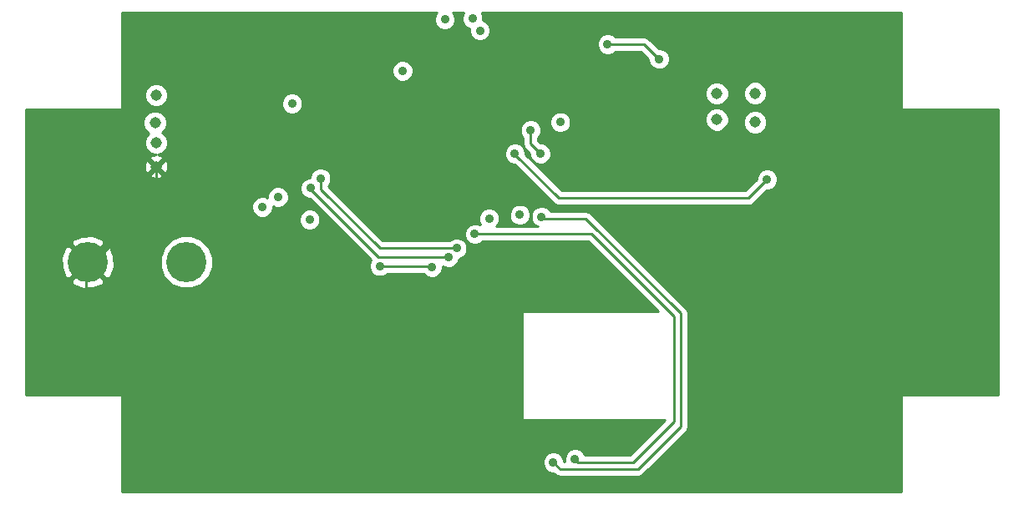
<source format=gbl>
%FSLAX46Y46*%
G04 Gerber Fmt 4.6, Leading zero omitted, Abs format (unit mm)*
G04 Created by KiCad (PCBNEW (2014-jan-25)-product) date Wed 09 Jul 2014 20:06:45 EST*
%MOMM*%
G01*
G04 APERTURE LIST*
%ADD10C,0.150000*%
%ADD11C,4.064000*%
%ADD12C,1.143000*%
%ADD13C,0.889000*%
%ADD14C,0.254000*%
G04 APERTURE END LIST*
D10*
D11*
X76999999Y-100999999D03*
X86999999Y-100999999D03*
D12*
X144661999Y-86814999D03*
X144661999Y-83874999D03*
X140788999Y-86554999D03*
X140788999Y-83894999D03*
X83946999Y-88899999D03*
X83819999Y-86867999D03*
X83946999Y-84073999D03*
X83946999Y-91312999D03*
D13*
X120699999Y-93099999D03*
X101999999Y-90799999D03*
X115699999Y-84499999D03*
X101899999Y-83199999D03*
X101899999Y-85799999D03*
X106933999Y-123062999D03*
X120099999Y-108499999D03*
X120776999Y-104393999D03*
X122808999Y-102234999D03*
X142747999Y-115950999D03*
X140334999Y-109473999D03*
X138302999Y-102615999D03*
X99399999Y-105099999D03*
X134899999Y-80399999D03*
X129699999Y-78899999D03*
X111899999Y-101499999D03*
X106599999Y-101399999D03*
X120299999Y-89999999D03*
X145869509Y-92599999D03*
X99599999Y-93499999D03*
X113584749Y-100473749D03*
X114399999Y-99599999D03*
X100599999Y-92499999D03*
X122899999Y-90000008D03*
X121899999Y-87625119D03*
X122999999Y-96399999D03*
X124199999Y-121299999D03*
X113199999Y-76399999D03*
X108899999Y-81599999D03*
X115999999Y-76299999D03*
X116756131Y-77511329D03*
X99499999Y-96699999D03*
X117699999Y-96599999D03*
X120799999Y-96199999D03*
X96299999Y-94399999D03*
X94699999Y-95399999D03*
X124899999Y-86799999D03*
X97719999Y-84919999D03*
X126399999Y-120999999D03*
X116241949Y-98164033D03*
D14*
X118564392Y-90964392D02*
X120699999Y-93099999D01*
X106199999Y-90799999D02*
X106199999Y-90964392D01*
X106199999Y-90964392D02*
X118564392Y-90964392D01*
X107837698Y-89162300D02*
X106199999Y-90799999D01*
X106199999Y-90799999D02*
X101999999Y-90799999D01*
X107837698Y-85699999D02*
X114499999Y-85699999D01*
X105699999Y-85699999D02*
X107837698Y-85699999D01*
X107837698Y-85699999D02*
X107837698Y-89162300D01*
X114499999Y-85699999D02*
X115699999Y-84499999D01*
X103199999Y-83199999D02*
X105699999Y-85699999D01*
X101899999Y-83199999D02*
X103199999Y-83199999D01*
X101899999Y-85799999D02*
X101899999Y-83199999D01*
X83946999Y-94614999D02*
X76834999Y-101726999D01*
X83946999Y-91312999D02*
X83946999Y-94614999D01*
X76834999Y-104266999D02*
X82422999Y-109854999D01*
X82422999Y-109854999D02*
X99440999Y-109854999D01*
X76834999Y-101726999D02*
X76834999Y-104266999D01*
X99440999Y-115569999D02*
X106933999Y-123062999D01*
X99440999Y-109899999D02*
X99440999Y-115569999D01*
X99440999Y-109854999D02*
X99440999Y-109899999D01*
X119697499Y-116014499D02*
X120199999Y-113999995D01*
X112648999Y-123062999D02*
X119697499Y-116014499D01*
X120199999Y-113999995D02*
X120199940Y-112597561D01*
X120199940Y-112597561D02*
X120099999Y-108499999D01*
X106933999Y-123062999D02*
X112648999Y-123062999D01*
X119999999Y-106199999D02*
X120776999Y-104393999D01*
X120099999Y-108499999D02*
X119999999Y-106199999D01*
X122808999Y-102361999D02*
X122808999Y-102234999D01*
X120776999Y-104393999D02*
X122808999Y-102361999D01*
X119697499Y-119697499D02*
X123699999Y-123699999D01*
X123699999Y-123699999D02*
X137030999Y-123699999D01*
X137030999Y-123699999D02*
X142747999Y-117982999D01*
X142747999Y-117982999D02*
X142747999Y-115950999D01*
X119697499Y-116014499D02*
X119697499Y-119697499D01*
X142747999Y-111886999D02*
X140334999Y-109473999D01*
X142747999Y-115950999D02*
X142747999Y-111886999D01*
X140334999Y-104647999D02*
X138302999Y-102615999D01*
X140334999Y-109473999D02*
X140334999Y-104647999D01*
X99440999Y-105140999D02*
X99399999Y-105099999D01*
X99440999Y-109899999D02*
X99440999Y-105140999D01*
X134899999Y-80399999D02*
X133399999Y-78899999D01*
X133399999Y-78899999D02*
X129699999Y-78899999D01*
X111899999Y-101499999D02*
X111799999Y-101399999D01*
X111799999Y-101399999D02*
X106599999Y-101399999D01*
X120299999Y-90036867D02*
X120299999Y-89999999D01*
X124771141Y-94508009D02*
X120299999Y-90036867D01*
X143961499Y-94508009D02*
X124771141Y-94508009D01*
X145869509Y-92599999D02*
X143961499Y-94508009D01*
X106455315Y-100473749D02*
X113584749Y-100473749D01*
X99599999Y-93499999D02*
X99599999Y-93618433D01*
X99599999Y-93618433D02*
X106455315Y-100473749D01*
X114399999Y-99599999D02*
X114399999Y-99599999D01*
X114399999Y-99599999D02*
X106599999Y-99599999D01*
X106599999Y-99599999D02*
X100599999Y-93599999D01*
X100599999Y-93599999D02*
X100599999Y-92499999D01*
X121899999Y-89000008D02*
X121899999Y-87599999D01*
X122899999Y-90000008D02*
X121899999Y-89000008D01*
X127499999Y-96599999D02*
X122999999Y-96599999D01*
X137099999Y-106199999D02*
X127499999Y-96599999D01*
X137099999Y-117699999D02*
X137099999Y-106199999D01*
X132799999Y-121999999D02*
X137099999Y-117699999D01*
X124899999Y-121999999D02*
X132799999Y-121999999D01*
X124199999Y-121299999D02*
X124899999Y-121999999D01*
X122999999Y-96599999D02*
X122999999Y-96399999D01*
X126399999Y-120999999D02*
X126699999Y-121299999D01*
X126699999Y-121299999D02*
X132299999Y-121299999D01*
X132299999Y-121299999D02*
X136399999Y-117199999D01*
X136399999Y-117199999D02*
X136399999Y-106499999D01*
X136399999Y-106499999D02*
X128064033Y-98164033D01*
X128064033Y-98164033D02*
X116241949Y-98164033D01*
G36*
X169289999Y-114491999D02*
X159491999Y-114491999D01*
X159491999Y-124289999D01*
X146949196Y-124289999D01*
X146949196Y-92386215D01*
X146785198Y-91989310D01*
X146481795Y-91685377D01*
X146085177Y-91520686D01*
X145868708Y-91520497D01*
X145868708Y-86576064D01*
X145868708Y-83636064D01*
X145685417Y-83192464D01*
X145346319Y-82852774D01*
X144903040Y-82668709D01*
X144423064Y-82668290D01*
X143979464Y-82851581D01*
X143639774Y-83190679D01*
X143455709Y-83633958D01*
X143455290Y-84113934D01*
X143638581Y-84557534D01*
X143977679Y-84897224D01*
X144420958Y-85081289D01*
X144900934Y-85081708D01*
X145344534Y-84898417D01*
X145684224Y-84559319D01*
X145868289Y-84116040D01*
X145868708Y-83636064D01*
X145868708Y-86576064D01*
X145685417Y-86132464D01*
X145346319Y-85792774D01*
X144903040Y-85608709D01*
X144423064Y-85608290D01*
X143979464Y-85791581D01*
X143639774Y-86130679D01*
X143455709Y-86573958D01*
X143455290Y-87053934D01*
X143638581Y-87497534D01*
X143977679Y-87837224D01*
X144420958Y-88021289D01*
X144900934Y-88021708D01*
X145344534Y-87838417D01*
X145684224Y-87499319D01*
X145868289Y-87056040D01*
X145868708Y-86576064D01*
X145868708Y-91520497D01*
X145655725Y-91520312D01*
X145258820Y-91684310D01*
X144954887Y-91987713D01*
X144790196Y-92384331D01*
X144790006Y-92601870D01*
X143645868Y-93746009D01*
X141995708Y-93746009D01*
X141995708Y-86316064D01*
X141995708Y-83656064D01*
X141812417Y-83212464D01*
X141473319Y-82872774D01*
X141030040Y-82688709D01*
X140550064Y-82688290D01*
X140106464Y-82871581D01*
X139766774Y-83210679D01*
X139582709Y-83653958D01*
X139582290Y-84133934D01*
X139765581Y-84577534D01*
X140104679Y-84917224D01*
X140547958Y-85101289D01*
X141027934Y-85101708D01*
X141471534Y-84918417D01*
X141811224Y-84579319D01*
X141995289Y-84136040D01*
X141995708Y-83656064D01*
X141995708Y-86316064D01*
X141812417Y-85872464D01*
X141473319Y-85532774D01*
X141030040Y-85348709D01*
X140550064Y-85348290D01*
X140106464Y-85531581D01*
X139766774Y-85870679D01*
X139582709Y-86313958D01*
X139582290Y-86793934D01*
X139765581Y-87237534D01*
X140104679Y-87577224D01*
X140547958Y-87761289D01*
X141027934Y-87761708D01*
X141471534Y-87578417D01*
X141811224Y-87239319D01*
X141995289Y-86796040D01*
X141995708Y-86316064D01*
X141995708Y-93746009D01*
X135979686Y-93746009D01*
X135979686Y-80186215D01*
X135815688Y-79789310D01*
X135512285Y-79485377D01*
X135115667Y-79320686D01*
X134898127Y-79320496D01*
X133938814Y-78361184D01*
X133691604Y-78196003D01*
X133399999Y-78137999D01*
X130464640Y-78137999D01*
X130312285Y-77985377D01*
X129915667Y-77820686D01*
X129486215Y-77820312D01*
X129089310Y-77984310D01*
X128785377Y-78287713D01*
X128620686Y-78684331D01*
X128620312Y-79113783D01*
X128784310Y-79510688D01*
X129087713Y-79814621D01*
X129484331Y-79979312D01*
X129913783Y-79979686D01*
X130310688Y-79815688D01*
X130464645Y-79661999D01*
X133084368Y-79661999D01*
X133820499Y-80398130D01*
X133820312Y-80613783D01*
X133984310Y-81010688D01*
X134287713Y-81314621D01*
X134684331Y-81479312D01*
X135113783Y-81479686D01*
X135510688Y-81315688D01*
X135814621Y-81012285D01*
X135979312Y-80615667D01*
X135979686Y-80186215D01*
X135979686Y-93746009D01*
X125979686Y-93746009D01*
X125979686Y-86586215D01*
X125815688Y-86189310D01*
X125512285Y-85885377D01*
X125115667Y-85720686D01*
X124686215Y-85720312D01*
X124289310Y-85884310D01*
X123985377Y-86187713D01*
X123820686Y-86584331D01*
X123820312Y-87013783D01*
X123984310Y-87410688D01*
X124287713Y-87714621D01*
X124684331Y-87879312D01*
X125113783Y-87879686D01*
X125510688Y-87715688D01*
X125814621Y-87412285D01*
X125979312Y-87015667D01*
X125979686Y-86586215D01*
X125979686Y-93746009D01*
X125086771Y-93746009D01*
X123979686Y-92638923D01*
X123979686Y-89786224D01*
X123815688Y-89389319D01*
X123512285Y-89085386D01*
X123115667Y-88920695D01*
X122898127Y-88920505D01*
X122661999Y-88684377D01*
X122661999Y-88389760D01*
X122814621Y-88237405D01*
X122979312Y-87840787D01*
X122979686Y-87411335D01*
X122815688Y-87014430D01*
X122512285Y-86710497D01*
X122115667Y-86545806D01*
X121686215Y-86545432D01*
X121289310Y-86709430D01*
X120985377Y-87012833D01*
X120820686Y-87409451D01*
X120820312Y-87838903D01*
X120984310Y-88235808D01*
X121137999Y-88389765D01*
X121137999Y-89000008D01*
X121196003Y-89291613D01*
X121361184Y-89538823D01*
X121820499Y-89998139D01*
X121820312Y-90213792D01*
X121984310Y-90610697D01*
X122287713Y-90914630D01*
X122684331Y-91079321D01*
X123113783Y-91079695D01*
X123510688Y-90915697D01*
X123814621Y-90612294D01*
X123979312Y-90215676D01*
X123979686Y-89786224D01*
X123979686Y-92638923D01*
X121379466Y-90038703D01*
X121379686Y-89786215D01*
X121215688Y-89389310D01*
X120912285Y-89085377D01*
X120515667Y-88920686D01*
X120086215Y-88920312D01*
X119689310Y-89084310D01*
X119385377Y-89387713D01*
X119220686Y-89784331D01*
X119220312Y-90213783D01*
X119384310Y-90610688D01*
X119687713Y-90914621D01*
X120084331Y-91079312D01*
X120264971Y-91079469D01*
X124232326Y-95046825D01*
X124380517Y-95145843D01*
X124479536Y-95212005D01*
X124479537Y-95212005D01*
X124771141Y-95270009D01*
X143961499Y-95270009D01*
X143961499Y-95270008D01*
X144253103Y-95212005D01*
X144253104Y-95212005D01*
X144500314Y-95046824D01*
X145867640Y-93679498D01*
X146083293Y-93679686D01*
X146480198Y-93515688D01*
X146784131Y-93212285D01*
X146948822Y-92815667D01*
X146949196Y-92386215D01*
X146949196Y-124289999D01*
X137861999Y-124289999D01*
X137861999Y-117699999D01*
X137861999Y-106199999D01*
X137803995Y-105908394D01*
X137638814Y-105661184D01*
X137638814Y-105661183D01*
X128038814Y-96061184D01*
X127791604Y-95896003D01*
X127499999Y-95837999D01*
X123935805Y-95837999D01*
X123915688Y-95789310D01*
X123612285Y-95485377D01*
X123215667Y-95320686D01*
X122786215Y-95320312D01*
X122389310Y-95484310D01*
X122085377Y-95787713D01*
X121920686Y-96184331D01*
X121920312Y-96613783D01*
X122084310Y-97010688D01*
X122387713Y-97314621D01*
X122598223Y-97402033D01*
X121879686Y-97402033D01*
X121879686Y-95986215D01*
X121715688Y-95589310D01*
X121412285Y-95285377D01*
X121015667Y-95120686D01*
X120586215Y-95120312D01*
X120189310Y-95284310D01*
X119885377Y-95587713D01*
X119720686Y-95984331D01*
X119720312Y-96413783D01*
X119884310Y-96810688D01*
X120187713Y-97114621D01*
X120584331Y-97279312D01*
X121013783Y-97279686D01*
X121410688Y-97115688D01*
X121714621Y-96812285D01*
X121879312Y-96415667D01*
X121879686Y-95986215D01*
X121879686Y-97402033D01*
X118424541Y-97402033D01*
X118614621Y-97212285D01*
X118779312Y-96815667D01*
X118779686Y-96386215D01*
X118615688Y-95989310D01*
X118312285Y-95685377D01*
X117915667Y-95520686D01*
X117486215Y-95520312D01*
X117089310Y-95684310D01*
X116785377Y-95987713D01*
X116620686Y-96384331D01*
X116620312Y-96813783D01*
X116784310Y-97210688D01*
X116800827Y-97227234D01*
X116457617Y-97084720D01*
X116028165Y-97084346D01*
X115631260Y-97248344D01*
X115327327Y-97551747D01*
X115162636Y-97948365D01*
X115162262Y-98377817D01*
X115326260Y-98774722D01*
X115629663Y-99078655D01*
X116026281Y-99243346D01*
X116455733Y-99243720D01*
X116852638Y-99079722D01*
X117006595Y-98926033D01*
X127748403Y-98926033D01*
X134814369Y-105991999D01*
X120991999Y-105991999D01*
X120991999Y-117007999D01*
X135514368Y-117007999D01*
X131984368Y-120537999D01*
X127377125Y-120537999D01*
X127315688Y-120389310D01*
X127012285Y-120085377D01*
X126615667Y-119920686D01*
X126186215Y-119920312D01*
X125789310Y-120084310D01*
X125485377Y-120387713D01*
X125320686Y-120784331D01*
X125320312Y-121213783D01*
X125330317Y-121237999D01*
X125279553Y-121237999D01*
X125279686Y-121086215D01*
X125115688Y-120689310D01*
X124812285Y-120385377D01*
X124415667Y-120220686D01*
X123986215Y-120220312D01*
X123589310Y-120384310D01*
X123285377Y-120687713D01*
X123120686Y-121084331D01*
X123120312Y-121513783D01*
X123284310Y-121910688D01*
X123587713Y-122214621D01*
X123984331Y-122379312D01*
X124201870Y-122379501D01*
X124361183Y-122538814D01*
X124361184Y-122538814D01*
X124608394Y-122703995D01*
X124899999Y-122761999D01*
X132799999Y-122761999D01*
X132799999Y-122761998D01*
X133091603Y-122703995D01*
X133091604Y-122703995D01*
X133338814Y-122538814D01*
X137638814Y-118238815D01*
X137638814Y-118238814D01*
X137803995Y-117991604D01*
X137861998Y-117699999D01*
X137861999Y-117699999D01*
X137861999Y-124289999D01*
X115479686Y-124289999D01*
X115479686Y-99386215D01*
X115315688Y-98989310D01*
X115012285Y-98685377D01*
X114615667Y-98520686D01*
X114186215Y-98520312D01*
X113789310Y-98684310D01*
X113635352Y-98837999D01*
X109979686Y-98837999D01*
X109979686Y-81386215D01*
X109815688Y-80989310D01*
X109512285Y-80685377D01*
X109115667Y-80520686D01*
X108686215Y-80520312D01*
X108289310Y-80684310D01*
X107985377Y-80987713D01*
X107820686Y-81384331D01*
X107820312Y-81813783D01*
X107984310Y-82210688D01*
X108287713Y-82514621D01*
X108684331Y-82679312D01*
X109113783Y-82679686D01*
X109510688Y-82515688D01*
X109814621Y-82212285D01*
X109979312Y-81815667D01*
X109979686Y-81386215D01*
X109979686Y-98837999D01*
X106915629Y-98837999D01*
X101361999Y-93284368D01*
X101361999Y-93264640D01*
X101514621Y-93112285D01*
X101679312Y-92715667D01*
X101679686Y-92286215D01*
X101515688Y-91889310D01*
X101212285Y-91585377D01*
X100815667Y-91420686D01*
X100386215Y-91420312D01*
X99989310Y-91584310D01*
X99685377Y-91887713D01*
X99520686Y-92284331D01*
X99520567Y-92420429D01*
X99386215Y-92420312D01*
X98989310Y-92584310D01*
X98799686Y-92773603D01*
X98799686Y-84706215D01*
X98635688Y-84309310D01*
X98332285Y-84005377D01*
X97935667Y-83840686D01*
X97506215Y-83840312D01*
X97109310Y-84004310D01*
X96805377Y-84307713D01*
X96640686Y-84704331D01*
X96640312Y-85133783D01*
X96804310Y-85530688D01*
X97107713Y-85834621D01*
X97504331Y-85999312D01*
X97933783Y-85999686D01*
X98330688Y-85835688D01*
X98634621Y-85532285D01*
X98799312Y-85135667D01*
X98799686Y-84706215D01*
X98799686Y-92773603D01*
X98685377Y-92887713D01*
X98520686Y-93284331D01*
X98520312Y-93713783D01*
X98684310Y-94110688D01*
X98987713Y-94414621D01*
X99384331Y-94579312D01*
X99483334Y-94579398D01*
X105688515Y-100784579D01*
X105685377Y-100787713D01*
X105520686Y-101184331D01*
X105520312Y-101613783D01*
X105684310Y-102010688D01*
X105987713Y-102314621D01*
X106384331Y-102479312D01*
X106813783Y-102479686D01*
X107210688Y-102315688D01*
X107364645Y-102161999D01*
X111035531Y-102161999D01*
X111287713Y-102414621D01*
X111684331Y-102579312D01*
X112113783Y-102579686D01*
X112510688Y-102415688D01*
X112814621Y-102112285D01*
X112979312Y-101715667D01*
X112979594Y-101391332D01*
X113369081Y-101553062D01*
X113798533Y-101553436D01*
X114195438Y-101389438D01*
X114499371Y-101086035D01*
X114664062Y-100689417D01*
X114664088Y-100658900D01*
X115010688Y-100515688D01*
X115314621Y-100212285D01*
X115479312Y-99815667D01*
X115479686Y-99386215D01*
X115479686Y-124289999D01*
X100579686Y-124289999D01*
X100579686Y-96486215D01*
X100415688Y-96089310D01*
X100112285Y-95785377D01*
X99715667Y-95620686D01*
X99286215Y-95620312D01*
X98889310Y-95784310D01*
X98585377Y-96087713D01*
X98420686Y-96484331D01*
X98420312Y-96913783D01*
X98584310Y-97310688D01*
X98887713Y-97614621D01*
X99284331Y-97779312D01*
X99713783Y-97779686D01*
X100110688Y-97615688D01*
X100414621Y-97312285D01*
X100579312Y-96915667D01*
X100579686Y-96486215D01*
X100579686Y-124289999D01*
X97379686Y-124289999D01*
X97379686Y-94186215D01*
X97215688Y-93789310D01*
X96912285Y-93485377D01*
X96515667Y-93320686D01*
X96086215Y-93320312D01*
X95689310Y-93484310D01*
X95385377Y-93787713D01*
X95220686Y-94184331D01*
X95220457Y-94447246D01*
X94915667Y-94320686D01*
X94486215Y-94320312D01*
X94089310Y-94484310D01*
X93785377Y-94787713D01*
X93620686Y-95184331D01*
X93620312Y-95613783D01*
X93784310Y-96010688D01*
X94087713Y-96314621D01*
X94484331Y-96479312D01*
X94913783Y-96479686D01*
X95310688Y-96315688D01*
X95614621Y-96012285D01*
X95779312Y-95615667D01*
X95779540Y-95352751D01*
X96084331Y-95479312D01*
X96513783Y-95479686D01*
X96910688Y-95315688D01*
X97214621Y-95012285D01*
X97379312Y-94615667D01*
X97379686Y-94186215D01*
X97379686Y-124289999D01*
X89667461Y-124289999D01*
X89667461Y-100471827D01*
X89262290Y-99491238D01*
X88512706Y-98740344D01*
X87532826Y-98333463D01*
X86471827Y-98332537D01*
X85491238Y-98737708D01*
X85166404Y-99061975D01*
X85166404Y-91475144D01*
X85153708Y-91277521D01*
X85153708Y-88661064D01*
X85153708Y-83835064D01*
X84970417Y-83391464D01*
X84631319Y-83051774D01*
X84188040Y-82867709D01*
X83708064Y-82867290D01*
X83264464Y-83050581D01*
X82924774Y-83389679D01*
X82740709Y-83832958D01*
X82740290Y-84312934D01*
X82923581Y-84756534D01*
X83262679Y-85096224D01*
X83705958Y-85280289D01*
X84185934Y-85280708D01*
X84629534Y-85097417D01*
X84969224Y-84758319D01*
X85153289Y-84315040D01*
X85153708Y-83835064D01*
X85153708Y-88661064D01*
X84970417Y-88217464D01*
X84631319Y-87877774D01*
X84550018Y-87844015D01*
X84842224Y-87552319D01*
X85026289Y-87109040D01*
X85026708Y-86629064D01*
X84843417Y-86185464D01*
X84504319Y-85845774D01*
X84061040Y-85661709D01*
X83581064Y-85661290D01*
X83137464Y-85844581D01*
X82797774Y-86183679D01*
X82613709Y-86626958D01*
X82613290Y-87106934D01*
X82796581Y-87550534D01*
X83135679Y-87890224D01*
X83216979Y-87923982D01*
X82924774Y-88215679D01*
X82740709Y-88658958D01*
X82740290Y-89138934D01*
X82923581Y-89582534D01*
X83262679Y-89922224D01*
X83705958Y-90106289D01*
X83908780Y-90106466D01*
X83630155Y-90124366D01*
X83330551Y-90248466D01*
X83284558Y-90470953D01*
X83946999Y-91133394D01*
X84609440Y-90470953D01*
X84563447Y-90248466D01*
X84147514Y-90106674D01*
X84185934Y-90106708D01*
X84629534Y-89923417D01*
X84969224Y-89584319D01*
X85153289Y-89141040D01*
X85153708Y-88661064D01*
X85153708Y-91277521D01*
X85135632Y-90996155D01*
X85011532Y-90696551D01*
X84789045Y-90650558D01*
X84126604Y-91312999D01*
X84789045Y-91975440D01*
X85011532Y-91929447D01*
X85166404Y-91475144D01*
X85166404Y-99061975D01*
X84740344Y-99487292D01*
X84609440Y-99802544D01*
X84609440Y-92155045D01*
X83946999Y-91492604D01*
X83767394Y-91672209D01*
X83767394Y-91312999D01*
X83104953Y-90650558D01*
X82882466Y-90696551D01*
X82727594Y-91150854D01*
X82758366Y-91629843D01*
X82882466Y-91929447D01*
X83104953Y-91975440D01*
X83767394Y-91312999D01*
X83767394Y-91672209D01*
X83284558Y-92155045D01*
X83330551Y-92377532D01*
X83784854Y-92532404D01*
X84263843Y-92501632D01*
X84563447Y-92377532D01*
X84609440Y-92155045D01*
X84609440Y-99802544D01*
X84333463Y-100467172D01*
X84332537Y-101528171D01*
X84737708Y-102508760D01*
X85487292Y-103259654D01*
X86467172Y-103666535D01*
X87528171Y-103667461D01*
X88508760Y-103262290D01*
X89259654Y-102512706D01*
X89666535Y-101532826D01*
X89667461Y-100471827D01*
X89667461Y-124289999D01*
X80507999Y-124289999D01*
X80507999Y-114491999D01*
X79670879Y-114491999D01*
X79670879Y-101510611D01*
X79662974Y-100449642D01*
X79272167Y-99506153D01*
X78898120Y-99281483D01*
X78718515Y-99461088D01*
X78718515Y-99101878D01*
X78493845Y-98727831D01*
X77510611Y-98329119D01*
X76449642Y-98337024D01*
X75506153Y-98727831D01*
X75281483Y-99101878D01*
X76999999Y-100820394D01*
X78718515Y-99101878D01*
X78718515Y-99461088D01*
X77179604Y-100999999D01*
X78898120Y-102718515D01*
X79272167Y-102493845D01*
X79670879Y-101510611D01*
X79670879Y-114491999D01*
X78718515Y-114491999D01*
X78718515Y-102898120D01*
X76999999Y-101179604D01*
X76820394Y-101359209D01*
X76820394Y-100999999D01*
X75101878Y-99281483D01*
X74727831Y-99506153D01*
X74329119Y-100489387D01*
X74337024Y-101550356D01*
X74727831Y-102493845D01*
X75101878Y-102718515D01*
X76820394Y-100999999D01*
X76820394Y-101359209D01*
X75281483Y-102898120D01*
X75506153Y-103272167D01*
X76489387Y-103670879D01*
X77550356Y-103662974D01*
X78493845Y-103272167D01*
X78718515Y-102898120D01*
X78718515Y-114491999D01*
X70709999Y-114491999D01*
X70709999Y-85507999D01*
X80507999Y-85507999D01*
X80507999Y-75709999D01*
X112363226Y-75709999D01*
X112285377Y-75787713D01*
X112120686Y-76184331D01*
X112120312Y-76613783D01*
X112284310Y-77010688D01*
X112587713Y-77314621D01*
X112984331Y-77479312D01*
X113413783Y-77479686D01*
X113810688Y-77315688D01*
X114114621Y-77012285D01*
X114279312Y-76615667D01*
X114279686Y-76186215D01*
X114115688Y-75789310D01*
X114036515Y-75709999D01*
X115076122Y-75709999D01*
X114920686Y-76084331D01*
X114920312Y-76513783D01*
X115084310Y-76910688D01*
X115387713Y-77214621D01*
X115676784Y-77334654D01*
X115676444Y-77725113D01*
X115840442Y-78122018D01*
X116143845Y-78425951D01*
X116540463Y-78590642D01*
X116969915Y-78591016D01*
X117366820Y-78427018D01*
X117670753Y-78123615D01*
X117835444Y-77726997D01*
X117835818Y-77297545D01*
X117671820Y-76900640D01*
X117368417Y-76596707D01*
X117079345Y-76476673D01*
X117079686Y-76086215D01*
X116924236Y-75709999D01*
X159491999Y-75709999D01*
X159491999Y-85507999D01*
X169289999Y-85507999D01*
X169289999Y-114491999D01*
X169289999Y-114491999D01*
G37*
X169289999Y-114491999D02*
X159491999Y-114491999D01*
X159491999Y-124289999D01*
X146949196Y-124289999D01*
X146949196Y-92386215D01*
X146785198Y-91989310D01*
X146481795Y-91685377D01*
X146085177Y-91520686D01*
X145868708Y-91520497D01*
X145868708Y-86576064D01*
X145868708Y-83636064D01*
X145685417Y-83192464D01*
X145346319Y-82852774D01*
X144903040Y-82668709D01*
X144423064Y-82668290D01*
X143979464Y-82851581D01*
X143639774Y-83190679D01*
X143455709Y-83633958D01*
X143455290Y-84113934D01*
X143638581Y-84557534D01*
X143977679Y-84897224D01*
X144420958Y-85081289D01*
X144900934Y-85081708D01*
X145344534Y-84898417D01*
X145684224Y-84559319D01*
X145868289Y-84116040D01*
X145868708Y-83636064D01*
X145868708Y-86576064D01*
X145685417Y-86132464D01*
X145346319Y-85792774D01*
X144903040Y-85608709D01*
X144423064Y-85608290D01*
X143979464Y-85791581D01*
X143639774Y-86130679D01*
X143455709Y-86573958D01*
X143455290Y-87053934D01*
X143638581Y-87497534D01*
X143977679Y-87837224D01*
X144420958Y-88021289D01*
X144900934Y-88021708D01*
X145344534Y-87838417D01*
X145684224Y-87499319D01*
X145868289Y-87056040D01*
X145868708Y-86576064D01*
X145868708Y-91520497D01*
X145655725Y-91520312D01*
X145258820Y-91684310D01*
X144954887Y-91987713D01*
X144790196Y-92384331D01*
X144790006Y-92601870D01*
X143645868Y-93746009D01*
X141995708Y-93746009D01*
X141995708Y-86316064D01*
X141995708Y-83656064D01*
X141812417Y-83212464D01*
X141473319Y-82872774D01*
X141030040Y-82688709D01*
X140550064Y-82688290D01*
X140106464Y-82871581D01*
X139766774Y-83210679D01*
X139582709Y-83653958D01*
X139582290Y-84133934D01*
X139765581Y-84577534D01*
X140104679Y-84917224D01*
X140547958Y-85101289D01*
X141027934Y-85101708D01*
X141471534Y-84918417D01*
X141811224Y-84579319D01*
X141995289Y-84136040D01*
X141995708Y-83656064D01*
X141995708Y-86316064D01*
X141812417Y-85872464D01*
X141473319Y-85532774D01*
X141030040Y-85348709D01*
X140550064Y-85348290D01*
X140106464Y-85531581D01*
X139766774Y-85870679D01*
X139582709Y-86313958D01*
X139582290Y-86793934D01*
X139765581Y-87237534D01*
X140104679Y-87577224D01*
X140547958Y-87761289D01*
X141027934Y-87761708D01*
X141471534Y-87578417D01*
X141811224Y-87239319D01*
X141995289Y-86796040D01*
X141995708Y-86316064D01*
X141995708Y-93746009D01*
X135979686Y-93746009D01*
X135979686Y-80186215D01*
X135815688Y-79789310D01*
X135512285Y-79485377D01*
X135115667Y-79320686D01*
X134898127Y-79320496D01*
X133938814Y-78361184D01*
X133691604Y-78196003D01*
X133399999Y-78137999D01*
X130464640Y-78137999D01*
X130312285Y-77985377D01*
X129915667Y-77820686D01*
X129486215Y-77820312D01*
X129089310Y-77984310D01*
X128785377Y-78287713D01*
X128620686Y-78684331D01*
X128620312Y-79113783D01*
X128784310Y-79510688D01*
X129087713Y-79814621D01*
X129484331Y-79979312D01*
X129913783Y-79979686D01*
X130310688Y-79815688D01*
X130464645Y-79661999D01*
X133084368Y-79661999D01*
X133820499Y-80398130D01*
X133820312Y-80613783D01*
X133984310Y-81010688D01*
X134287713Y-81314621D01*
X134684331Y-81479312D01*
X135113783Y-81479686D01*
X135510688Y-81315688D01*
X135814621Y-81012285D01*
X135979312Y-80615667D01*
X135979686Y-80186215D01*
X135979686Y-93746009D01*
X125979686Y-93746009D01*
X125979686Y-86586215D01*
X125815688Y-86189310D01*
X125512285Y-85885377D01*
X125115667Y-85720686D01*
X124686215Y-85720312D01*
X124289310Y-85884310D01*
X123985377Y-86187713D01*
X123820686Y-86584331D01*
X123820312Y-87013783D01*
X123984310Y-87410688D01*
X124287713Y-87714621D01*
X124684331Y-87879312D01*
X125113783Y-87879686D01*
X125510688Y-87715688D01*
X125814621Y-87412285D01*
X125979312Y-87015667D01*
X125979686Y-86586215D01*
X125979686Y-93746009D01*
X125086771Y-93746009D01*
X123979686Y-92638923D01*
X123979686Y-89786224D01*
X123815688Y-89389319D01*
X123512285Y-89085386D01*
X123115667Y-88920695D01*
X122898127Y-88920505D01*
X122661999Y-88684377D01*
X122661999Y-88389760D01*
X122814621Y-88237405D01*
X122979312Y-87840787D01*
X122979686Y-87411335D01*
X122815688Y-87014430D01*
X122512285Y-86710497D01*
X122115667Y-86545806D01*
X121686215Y-86545432D01*
X121289310Y-86709430D01*
X120985377Y-87012833D01*
X120820686Y-87409451D01*
X120820312Y-87838903D01*
X120984310Y-88235808D01*
X121137999Y-88389765D01*
X121137999Y-89000008D01*
X121196003Y-89291613D01*
X121361184Y-89538823D01*
X121820499Y-89998139D01*
X121820312Y-90213792D01*
X121984310Y-90610697D01*
X122287713Y-90914630D01*
X122684331Y-91079321D01*
X123113783Y-91079695D01*
X123510688Y-90915697D01*
X123814621Y-90612294D01*
X123979312Y-90215676D01*
X123979686Y-89786224D01*
X123979686Y-92638923D01*
X121379466Y-90038703D01*
X121379686Y-89786215D01*
X121215688Y-89389310D01*
X120912285Y-89085377D01*
X120515667Y-88920686D01*
X120086215Y-88920312D01*
X119689310Y-89084310D01*
X119385377Y-89387713D01*
X119220686Y-89784331D01*
X119220312Y-90213783D01*
X119384310Y-90610688D01*
X119687713Y-90914621D01*
X120084331Y-91079312D01*
X120264971Y-91079469D01*
X124232326Y-95046825D01*
X124380517Y-95145843D01*
X124479536Y-95212005D01*
X124479537Y-95212005D01*
X124771141Y-95270009D01*
X143961499Y-95270009D01*
X143961499Y-95270008D01*
X144253103Y-95212005D01*
X144253104Y-95212005D01*
X144500314Y-95046824D01*
X145867640Y-93679498D01*
X146083293Y-93679686D01*
X146480198Y-93515688D01*
X146784131Y-93212285D01*
X146948822Y-92815667D01*
X146949196Y-92386215D01*
X146949196Y-124289999D01*
X137861999Y-124289999D01*
X137861999Y-117699999D01*
X137861999Y-106199999D01*
X137803995Y-105908394D01*
X137638814Y-105661184D01*
X137638814Y-105661183D01*
X128038814Y-96061184D01*
X127791604Y-95896003D01*
X127499999Y-95837999D01*
X123935805Y-95837999D01*
X123915688Y-95789310D01*
X123612285Y-95485377D01*
X123215667Y-95320686D01*
X122786215Y-95320312D01*
X122389310Y-95484310D01*
X122085377Y-95787713D01*
X121920686Y-96184331D01*
X121920312Y-96613783D01*
X122084310Y-97010688D01*
X122387713Y-97314621D01*
X122598223Y-97402033D01*
X121879686Y-97402033D01*
X121879686Y-95986215D01*
X121715688Y-95589310D01*
X121412285Y-95285377D01*
X121015667Y-95120686D01*
X120586215Y-95120312D01*
X120189310Y-95284310D01*
X119885377Y-95587713D01*
X119720686Y-95984331D01*
X119720312Y-96413783D01*
X119884310Y-96810688D01*
X120187713Y-97114621D01*
X120584331Y-97279312D01*
X121013783Y-97279686D01*
X121410688Y-97115688D01*
X121714621Y-96812285D01*
X121879312Y-96415667D01*
X121879686Y-95986215D01*
X121879686Y-97402033D01*
X118424541Y-97402033D01*
X118614621Y-97212285D01*
X118779312Y-96815667D01*
X118779686Y-96386215D01*
X118615688Y-95989310D01*
X118312285Y-95685377D01*
X117915667Y-95520686D01*
X117486215Y-95520312D01*
X117089310Y-95684310D01*
X116785377Y-95987713D01*
X116620686Y-96384331D01*
X116620312Y-96813783D01*
X116784310Y-97210688D01*
X116800827Y-97227234D01*
X116457617Y-97084720D01*
X116028165Y-97084346D01*
X115631260Y-97248344D01*
X115327327Y-97551747D01*
X115162636Y-97948365D01*
X115162262Y-98377817D01*
X115326260Y-98774722D01*
X115629663Y-99078655D01*
X116026281Y-99243346D01*
X116455733Y-99243720D01*
X116852638Y-99079722D01*
X117006595Y-98926033D01*
X127748403Y-98926033D01*
X134814369Y-105991999D01*
X120991999Y-105991999D01*
X120991999Y-117007999D01*
X135514368Y-117007999D01*
X131984368Y-120537999D01*
X127377125Y-120537999D01*
X127315688Y-120389310D01*
X127012285Y-120085377D01*
X126615667Y-119920686D01*
X126186215Y-119920312D01*
X125789310Y-120084310D01*
X125485377Y-120387713D01*
X125320686Y-120784331D01*
X125320312Y-121213783D01*
X125330317Y-121237999D01*
X125279553Y-121237999D01*
X125279686Y-121086215D01*
X125115688Y-120689310D01*
X124812285Y-120385377D01*
X124415667Y-120220686D01*
X123986215Y-120220312D01*
X123589310Y-120384310D01*
X123285377Y-120687713D01*
X123120686Y-121084331D01*
X123120312Y-121513783D01*
X123284310Y-121910688D01*
X123587713Y-122214621D01*
X123984331Y-122379312D01*
X124201870Y-122379501D01*
X124361183Y-122538814D01*
X124361184Y-122538814D01*
X124608394Y-122703995D01*
X124899999Y-122761999D01*
X132799999Y-122761999D01*
X132799999Y-122761998D01*
X133091603Y-122703995D01*
X133091604Y-122703995D01*
X133338814Y-122538814D01*
X137638814Y-118238815D01*
X137638814Y-118238814D01*
X137803995Y-117991604D01*
X137861998Y-117699999D01*
X137861999Y-117699999D01*
X137861999Y-124289999D01*
X115479686Y-124289999D01*
X115479686Y-99386215D01*
X115315688Y-98989310D01*
X115012285Y-98685377D01*
X114615667Y-98520686D01*
X114186215Y-98520312D01*
X113789310Y-98684310D01*
X113635352Y-98837999D01*
X109979686Y-98837999D01*
X109979686Y-81386215D01*
X109815688Y-80989310D01*
X109512285Y-80685377D01*
X109115667Y-80520686D01*
X108686215Y-80520312D01*
X108289310Y-80684310D01*
X107985377Y-80987713D01*
X107820686Y-81384331D01*
X107820312Y-81813783D01*
X107984310Y-82210688D01*
X108287713Y-82514621D01*
X108684331Y-82679312D01*
X109113783Y-82679686D01*
X109510688Y-82515688D01*
X109814621Y-82212285D01*
X109979312Y-81815667D01*
X109979686Y-81386215D01*
X109979686Y-98837999D01*
X106915629Y-98837999D01*
X101361999Y-93284368D01*
X101361999Y-93264640D01*
X101514621Y-93112285D01*
X101679312Y-92715667D01*
X101679686Y-92286215D01*
X101515688Y-91889310D01*
X101212285Y-91585377D01*
X100815667Y-91420686D01*
X100386215Y-91420312D01*
X99989310Y-91584310D01*
X99685377Y-91887713D01*
X99520686Y-92284331D01*
X99520567Y-92420429D01*
X99386215Y-92420312D01*
X98989310Y-92584310D01*
X98799686Y-92773603D01*
X98799686Y-84706215D01*
X98635688Y-84309310D01*
X98332285Y-84005377D01*
X97935667Y-83840686D01*
X97506215Y-83840312D01*
X97109310Y-84004310D01*
X96805377Y-84307713D01*
X96640686Y-84704331D01*
X96640312Y-85133783D01*
X96804310Y-85530688D01*
X97107713Y-85834621D01*
X97504331Y-85999312D01*
X97933783Y-85999686D01*
X98330688Y-85835688D01*
X98634621Y-85532285D01*
X98799312Y-85135667D01*
X98799686Y-84706215D01*
X98799686Y-92773603D01*
X98685377Y-92887713D01*
X98520686Y-93284331D01*
X98520312Y-93713783D01*
X98684310Y-94110688D01*
X98987713Y-94414621D01*
X99384331Y-94579312D01*
X99483334Y-94579398D01*
X105688515Y-100784579D01*
X105685377Y-100787713D01*
X105520686Y-101184331D01*
X105520312Y-101613783D01*
X105684310Y-102010688D01*
X105987713Y-102314621D01*
X106384331Y-102479312D01*
X106813783Y-102479686D01*
X107210688Y-102315688D01*
X107364645Y-102161999D01*
X111035531Y-102161999D01*
X111287713Y-102414621D01*
X111684331Y-102579312D01*
X112113783Y-102579686D01*
X112510688Y-102415688D01*
X112814621Y-102112285D01*
X112979312Y-101715667D01*
X112979594Y-101391332D01*
X113369081Y-101553062D01*
X113798533Y-101553436D01*
X114195438Y-101389438D01*
X114499371Y-101086035D01*
X114664062Y-100689417D01*
X114664088Y-100658900D01*
X115010688Y-100515688D01*
X115314621Y-100212285D01*
X115479312Y-99815667D01*
X115479686Y-99386215D01*
X115479686Y-124289999D01*
X100579686Y-124289999D01*
X100579686Y-96486215D01*
X100415688Y-96089310D01*
X100112285Y-95785377D01*
X99715667Y-95620686D01*
X99286215Y-95620312D01*
X98889310Y-95784310D01*
X98585377Y-96087713D01*
X98420686Y-96484331D01*
X98420312Y-96913783D01*
X98584310Y-97310688D01*
X98887713Y-97614621D01*
X99284331Y-97779312D01*
X99713783Y-97779686D01*
X100110688Y-97615688D01*
X100414621Y-97312285D01*
X100579312Y-96915667D01*
X100579686Y-96486215D01*
X100579686Y-124289999D01*
X97379686Y-124289999D01*
X97379686Y-94186215D01*
X97215688Y-93789310D01*
X96912285Y-93485377D01*
X96515667Y-93320686D01*
X96086215Y-93320312D01*
X95689310Y-93484310D01*
X95385377Y-93787713D01*
X95220686Y-94184331D01*
X95220457Y-94447246D01*
X94915667Y-94320686D01*
X94486215Y-94320312D01*
X94089310Y-94484310D01*
X93785377Y-94787713D01*
X93620686Y-95184331D01*
X93620312Y-95613783D01*
X93784310Y-96010688D01*
X94087713Y-96314621D01*
X94484331Y-96479312D01*
X94913783Y-96479686D01*
X95310688Y-96315688D01*
X95614621Y-96012285D01*
X95779312Y-95615667D01*
X95779540Y-95352751D01*
X96084331Y-95479312D01*
X96513783Y-95479686D01*
X96910688Y-95315688D01*
X97214621Y-95012285D01*
X97379312Y-94615667D01*
X97379686Y-94186215D01*
X97379686Y-124289999D01*
X89667461Y-124289999D01*
X89667461Y-100471827D01*
X89262290Y-99491238D01*
X88512706Y-98740344D01*
X87532826Y-98333463D01*
X86471827Y-98332537D01*
X85491238Y-98737708D01*
X85166404Y-99061975D01*
X85166404Y-91475144D01*
X85153708Y-91277521D01*
X85153708Y-88661064D01*
X85153708Y-83835064D01*
X84970417Y-83391464D01*
X84631319Y-83051774D01*
X84188040Y-82867709D01*
X83708064Y-82867290D01*
X83264464Y-83050581D01*
X82924774Y-83389679D01*
X82740709Y-83832958D01*
X82740290Y-84312934D01*
X82923581Y-84756534D01*
X83262679Y-85096224D01*
X83705958Y-85280289D01*
X84185934Y-85280708D01*
X84629534Y-85097417D01*
X84969224Y-84758319D01*
X85153289Y-84315040D01*
X85153708Y-83835064D01*
X85153708Y-88661064D01*
X84970417Y-88217464D01*
X84631319Y-87877774D01*
X84550018Y-87844015D01*
X84842224Y-87552319D01*
X85026289Y-87109040D01*
X85026708Y-86629064D01*
X84843417Y-86185464D01*
X84504319Y-85845774D01*
X84061040Y-85661709D01*
X83581064Y-85661290D01*
X83137464Y-85844581D01*
X82797774Y-86183679D01*
X82613709Y-86626958D01*
X82613290Y-87106934D01*
X82796581Y-87550534D01*
X83135679Y-87890224D01*
X83216979Y-87923982D01*
X82924774Y-88215679D01*
X82740709Y-88658958D01*
X82740290Y-89138934D01*
X82923581Y-89582534D01*
X83262679Y-89922224D01*
X83705958Y-90106289D01*
X83908780Y-90106466D01*
X83630155Y-90124366D01*
X83330551Y-90248466D01*
X83284558Y-90470953D01*
X83946999Y-91133394D01*
X84609440Y-90470953D01*
X84563447Y-90248466D01*
X84147514Y-90106674D01*
X84185934Y-90106708D01*
X84629534Y-89923417D01*
X84969224Y-89584319D01*
X85153289Y-89141040D01*
X85153708Y-88661064D01*
X85153708Y-91277521D01*
X85135632Y-90996155D01*
X85011532Y-90696551D01*
X84789045Y-90650558D01*
X84126604Y-91312999D01*
X84789045Y-91975440D01*
X85011532Y-91929447D01*
X85166404Y-91475144D01*
X85166404Y-99061975D01*
X84740344Y-99487292D01*
X84609440Y-99802544D01*
X84609440Y-92155045D01*
X83946999Y-91492604D01*
X83767394Y-91672209D01*
X83767394Y-91312999D01*
X83104953Y-90650558D01*
X82882466Y-90696551D01*
X82727594Y-91150854D01*
X82758366Y-91629843D01*
X82882466Y-91929447D01*
X83104953Y-91975440D01*
X83767394Y-91312999D01*
X83767394Y-91672209D01*
X83284558Y-92155045D01*
X83330551Y-92377532D01*
X83784854Y-92532404D01*
X84263843Y-92501632D01*
X84563447Y-92377532D01*
X84609440Y-92155045D01*
X84609440Y-99802544D01*
X84333463Y-100467172D01*
X84332537Y-101528171D01*
X84737708Y-102508760D01*
X85487292Y-103259654D01*
X86467172Y-103666535D01*
X87528171Y-103667461D01*
X88508760Y-103262290D01*
X89259654Y-102512706D01*
X89666535Y-101532826D01*
X89667461Y-100471827D01*
X89667461Y-124289999D01*
X80507999Y-124289999D01*
X80507999Y-114491999D01*
X79670879Y-114491999D01*
X79670879Y-101510611D01*
X79662974Y-100449642D01*
X79272167Y-99506153D01*
X78898120Y-99281483D01*
X78718515Y-99461088D01*
X78718515Y-99101878D01*
X78493845Y-98727831D01*
X77510611Y-98329119D01*
X76449642Y-98337024D01*
X75506153Y-98727831D01*
X75281483Y-99101878D01*
X76999999Y-100820394D01*
X78718515Y-99101878D01*
X78718515Y-99461088D01*
X77179604Y-100999999D01*
X78898120Y-102718515D01*
X79272167Y-102493845D01*
X79670879Y-101510611D01*
X79670879Y-114491999D01*
X78718515Y-114491999D01*
X78718515Y-102898120D01*
X76999999Y-101179604D01*
X76820394Y-101359209D01*
X76820394Y-100999999D01*
X75101878Y-99281483D01*
X74727831Y-99506153D01*
X74329119Y-100489387D01*
X74337024Y-101550356D01*
X74727831Y-102493845D01*
X75101878Y-102718515D01*
X76820394Y-100999999D01*
X76820394Y-101359209D01*
X75281483Y-102898120D01*
X75506153Y-103272167D01*
X76489387Y-103670879D01*
X77550356Y-103662974D01*
X78493845Y-103272167D01*
X78718515Y-102898120D01*
X78718515Y-114491999D01*
X70709999Y-114491999D01*
X70709999Y-85507999D01*
X80507999Y-85507999D01*
X80507999Y-75709999D01*
X112363226Y-75709999D01*
X112285377Y-75787713D01*
X112120686Y-76184331D01*
X112120312Y-76613783D01*
X112284310Y-77010688D01*
X112587713Y-77314621D01*
X112984331Y-77479312D01*
X113413783Y-77479686D01*
X113810688Y-77315688D01*
X114114621Y-77012285D01*
X114279312Y-76615667D01*
X114279686Y-76186215D01*
X114115688Y-75789310D01*
X114036515Y-75709999D01*
X115076122Y-75709999D01*
X114920686Y-76084331D01*
X114920312Y-76513783D01*
X115084310Y-76910688D01*
X115387713Y-77214621D01*
X115676784Y-77334654D01*
X115676444Y-77725113D01*
X115840442Y-78122018D01*
X116143845Y-78425951D01*
X116540463Y-78590642D01*
X116969915Y-78591016D01*
X117366820Y-78427018D01*
X117670753Y-78123615D01*
X117835444Y-77726997D01*
X117835818Y-77297545D01*
X117671820Y-76900640D01*
X117368417Y-76596707D01*
X117079345Y-76476673D01*
X117079686Y-76086215D01*
X116924236Y-75709999D01*
X159491999Y-75709999D01*
X159491999Y-85507999D01*
X169289999Y-85507999D01*
X169289999Y-114491999D01*
M02*

</source>
